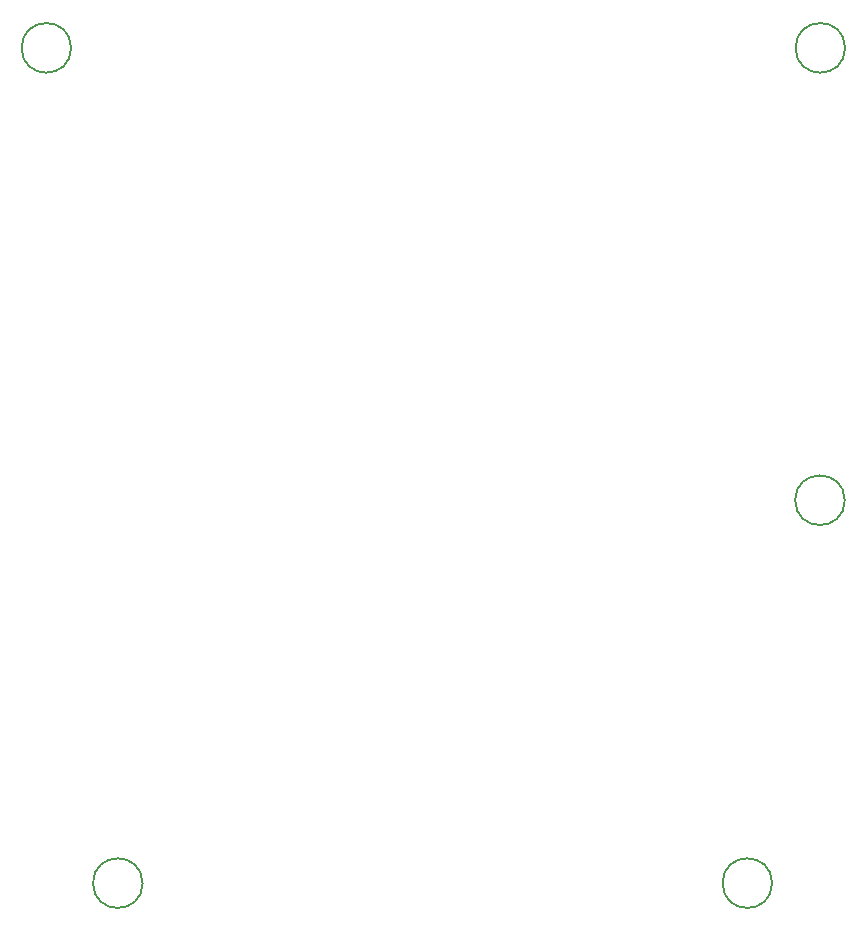
<source format=gbr>
%TF.GenerationSoftware,KiCad,Pcbnew,7.0.5*%
%TF.CreationDate,2023-10-05T13:47:36-07:00*%
%TF.ProjectId,EV9.5 Board Design,4556392e-3520-4426-9f61-726420446573,EV9*%
%TF.SameCoordinates,Original*%
%TF.FileFunction,Other,Comment*%
%FSLAX46Y46*%
G04 Gerber Fmt 4.6, Leading zero omitted, Abs format (unit mm)*
G04 Created by KiCad (PCBNEW 7.0.5) date 2023-10-05 13:47:36*
%MOMM*%
%LPD*%
G01*
G04 APERTURE LIST*
%ADD10C,0.150000*%
G04 APERTURE END LIST*
D10*
%TO.C,REF\u002A\u002A*%
X179037500Y-140345000D02*
G75*
G03*
X179037500Y-140345000I-2100000J0D01*
G01*
X185187500Y-107925000D02*
G75*
G03*
X185187500Y-107925000I-2100000J0D01*
G01*
X119687500Y-69625000D02*
G75*
G03*
X119687500Y-69625000I-2100000J0D01*
G01*
X185220000Y-69625000D02*
G75*
G03*
X185220000Y-69625000I-2100000J0D01*
G01*
X125737500Y-140345000D02*
G75*
G03*
X125737500Y-140345000I-2100000J0D01*
G01*
%TD*%
M02*

</source>
